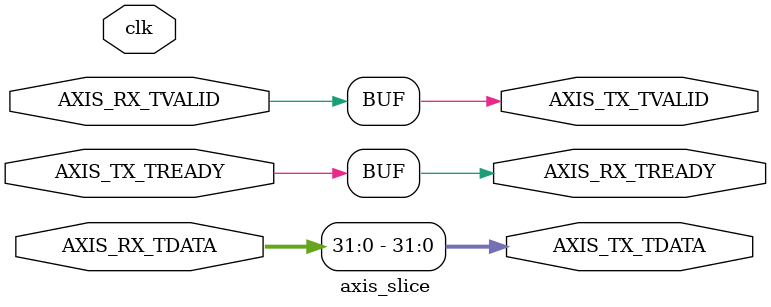
<source format=v>


//===================================================================================================
//                            ------->  Revision History  <------
//===================================================================================================
//
//   Date     Who   Ver  Changes
//===================================================================================================
// 06-Oct-22  DWW  1000  Initial creation
//===================================================================================================


module axis_slice #
(
    parameter DIN_WIDTH  = 256,
    parameter LOW_BIT    =   0,
    parameter DOUT_WIDTH =  32
) 
(
    input clk,

    //========================  AXI Stream interface for the input side  ============================
    input[DIN_WIDTH-1:0]    AXIS_RX_TDATA,
    input                   AXIS_RX_TVALID,
    output                  AXIS_RX_TREADY,
    //===============================================================================================


    //========================  AXI Stream interface for the output side  ===========================
    output[DOUT_WIDTH-1:0]  AXIS_TX_TDATA,
    output                  AXIS_TX_TVALID,
    input                   AXIS_TX_TREADY
    //===============================================================================================

);


assign  AXIS_TX_TDATA  = AXIS_RX_TDATA[LOW_BIT + DOUT_WIDTH - 1 : LOW_BIT];
assign  AXIS_TX_TVALID = AXIS_RX_TVALID;
assign  AXIS_RX_TREADY = AXIS_TX_TREADY;

endmodule
</source>
